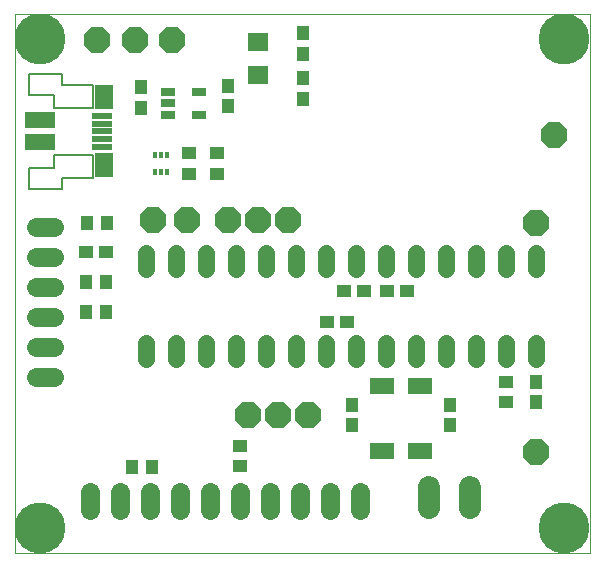
<source format=gbs>
G75*
G70*
%OFA0B0*%
%FSLAX24Y24*%
%IPPOS*%
%LPD*%
%AMOC8*
5,1,8,0,0,1.08239X$1,22.5*
%
%ADD10C,0.0000*%
%ADD11R,0.0670X0.0591*%
%ADD12R,0.0434X0.0473*%
%ADD13R,0.0473X0.0434*%
%ADD14C,0.0745*%
%ADD15OC8,0.0890*%
%ADD16C,0.0640*%
%ADD17R,0.0512X0.0257*%
%ADD18C,0.0560*%
%ADD19R,0.0788X0.0552*%
%ADD20R,0.0152X0.0217*%
%ADD21R,0.0713X0.0197*%
%ADD22R,0.0615X0.0827*%
%ADD23R,0.1024X0.0581*%
%ADD24C,0.0050*%
%ADD25C,0.1700*%
D10*
X000219Y000180D02*
X000219Y018176D01*
X019377Y018176D01*
X019382Y018176D02*
X019382Y000180D01*
X019377Y000180D02*
X000219Y000180D01*
D11*
X008344Y016129D03*
X008344Y017231D03*
D12*
X009844Y017515D03*
X009844Y016845D03*
X009844Y016015D03*
X009844Y015345D03*
X007344Y015095D03*
X007344Y015765D03*
X004435Y015715D03*
X004435Y015046D03*
X003295Y011202D03*
X002626Y011202D03*
X002608Y009218D03*
X003277Y009218D03*
X003277Y008218D03*
X002608Y008218D03*
X004135Y003055D03*
X004804Y003055D03*
X011469Y004470D03*
X011469Y005140D03*
X014719Y005140D03*
X014719Y004470D03*
X017594Y005220D03*
X017594Y005890D03*
D13*
X016594Y005890D03*
X016594Y005220D03*
X013304Y008930D03*
X012635Y008930D03*
X011873Y008940D03*
X011204Y008940D03*
X011304Y007907D03*
X010635Y007907D03*
X007719Y003765D03*
X007719Y003095D03*
X003277Y010218D03*
X002608Y010218D03*
X006032Y012845D03*
X006032Y013515D03*
X006969Y013515D03*
X006969Y012845D03*
D14*
X014030Y002408D02*
X014030Y001703D01*
X015408Y001703D02*
X015408Y002408D01*
D15*
X017594Y003555D03*
X009988Y004805D03*
X008988Y004805D03*
X007988Y004805D03*
X008344Y011305D03*
X007344Y011305D03*
X005969Y011305D03*
X004844Y011305D03*
X009344Y011305D03*
X005469Y017305D03*
X004219Y017305D03*
X002969Y017305D03*
X017594Y011180D03*
X018208Y014124D03*
D16*
X011719Y002230D02*
X011719Y001630D01*
X010719Y001630D02*
X010719Y002230D01*
X009719Y002230D02*
X009719Y001630D01*
X008719Y001630D02*
X008719Y002230D01*
X007719Y002230D02*
X007719Y001630D01*
X006719Y001630D02*
X006719Y002230D01*
X005719Y002230D02*
X005719Y001630D01*
X004719Y001630D02*
X004719Y002230D01*
X003719Y002230D02*
X003719Y001630D01*
X002719Y001630D02*
X002719Y002230D01*
X001519Y006055D02*
X000919Y006055D01*
X000919Y007055D02*
X001519Y007055D01*
X001519Y008055D02*
X000919Y008055D01*
X000919Y009055D02*
X001519Y009055D01*
X001519Y010055D02*
X000919Y010055D01*
X000919Y011055D02*
X001519Y011055D01*
D17*
X005333Y014806D03*
X005333Y015180D03*
X005333Y015554D03*
X006356Y015554D03*
X006356Y014806D03*
D18*
X006594Y010190D02*
X006594Y009670D01*
X005594Y009670D02*
X005594Y010190D01*
X004594Y010190D02*
X004594Y009670D01*
X004594Y007190D02*
X004594Y006670D01*
X005594Y006670D02*
X005594Y007190D01*
X006594Y007190D02*
X006594Y006670D01*
X007594Y006670D02*
X007594Y007190D01*
X008594Y007190D02*
X008594Y006670D01*
X009594Y006670D02*
X009594Y007190D01*
X010594Y007190D02*
X010594Y006670D01*
X011594Y006670D02*
X011594Y007190D01*
X012594Y007190D02*
X012594Y006670D01*
X013594Y006670D02*
X013594Y007190D01*
X014594Y007190D02*
X014594Y006670D01*
X015594Y006670D02*
X015594Y007190D01*
X016594Y007190D02*
X016594Y006670D01*
X017594Y006670D02*
X017594Y007190D01*
X017594Y009670D02*
X017594Y010190D01*
X016594Y010190D02*
X016594Y009670D01*
X015594Y009670D02*
X015594Y010190D01*
X014594Y010190D02*
X014594Y009670D01*
X013594Y009670D02*
X013594Y010190D01*
X012594Y010190D02*
X012594Y009670D01*
X011594Y009670D02*
X011594Y010190D01*
X010594Y010190D02*
X010594Y009670D01*
X009594Y009670D02*
X009594Y010190D01*
X008594Y010190D02*
X008594Y009670D01*
X007594Y009670D02*
X007594Y010190D01*
D19*
X012464Y005763D03*
X013724Y005763D03*
X013724Y003597D03*
X012464Y003597D03*
D20*
X005291Y012904D03*
X005094Y012904D03*
X004898Y012904D03*
X004898Y013456D03*
X005094Y013456D03*
X005291Y013456D03*
D21*
X003137Y013744D03*
X003137Y014000D03*
X003137Y014256D03*
X003137Y014512D03*
X003137Y014768D03*
D22*
X003188Y015398D03*
X003188Y013114D03*
D23*
X001050Y013887D03*
X001050Y014625D03*
D24*
X001519Y015036D02*
X002826Y015036D01*
X002826Y015800D01*
X001806Y015800D01*
X001806Y016162D01*
X000680Y016162D01*
X000680Y015465D01*
X001519Y015465D01*
X001519Y015036D01*
X001519Y013468D02*
X002826Y013468D01*
X002826Y012705D01*
X001806Y012705D01*
X001806Y012342D01*
X000680Y012342D01*
X000680Y013039D01*
X001519Y013039D01*
X001519Y013468D01*
D25*
X001059Y017340D03*
X001069Y001030D03*
X018527Y001030D03*
X018537Y017340D03*
M02*

</source>
